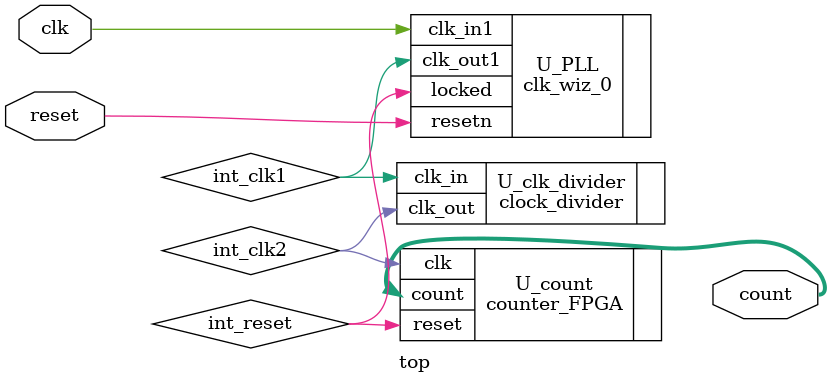
<source format=v>
`timescale 1ns / 1ps


module top(
input reset,
input clk,
output [2:0] count
    );
    wire int_clk1; //out from pll and input to clk divier
    wire int_clk2; //output from clk divider and input to design
    wire int_reset;
    
//    clk_wiz_0 U_PLL
//       (
//        .clk_out1(int_clk1),     
//        .reset(reset), 
//        .locked(int_reset),       
//        .clk_in1(clk)); 
      clk_wiz_0 U_PLL
   (
    // Clock out ports
    .clk_out1(int_clk1),     // output clk_out1
    // Status and control signals
    .resetn(reset), // input resetn
    .locked(int_reset),       // output locked
   // Clock in ports
    .clk_in1(clk));
      
      counter_FPGA U_count 
      (.clk(int_clk2),
      .reset(int_reset),
      .count(count)
      );
      
      clock_divider #(8000000) U_clk_divider(    //8000000 to divide 8MHZ to 1HZ 
      .clk_in(int_clk1),
      //.rst(int_reset),
      .clk_out(int_clk2));
      
      
endmodule

</source>
